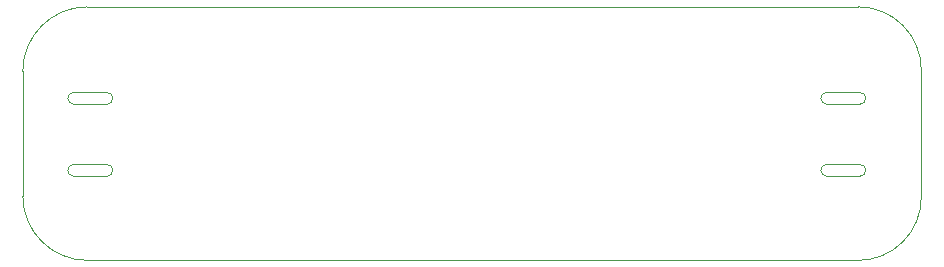
<source format=gbr>
G04 #@! TF.GenerationSoftware,KiCad,Pcbnew,(5.1.7)-1*
G04 #@! TF.CreationDate,2020-10-20T19:41:26+02:00*
G04 #@! TF.ProjectId,EQMOD_DIRECT_Isolated,45514d4f-445f-4444-9952-4543545f4973,rev?*
G04 #@! TF.SameCoordinates,Original*
G04 #@! TF.FileFunction,Profile,NP*
%FSLAX46Y46*%
G04 Gerber Fmt 4.6, Leading zero omitted, Abs format (unit mm)*
G04 Created by KiCad (PCBNEW (5.1.7)-1) date 2020-10-20 19:41:26*
%MOMM*%
%LPD*%
G01*
G04 APERTURE LIST*
G04 #@! TA.AperFunction,Profile*
%ADD10C,0.050000*%
G04 #@! TD*
G04 APERTURE END LIST*
D10*
X155321000Y-89535000D02*
G75*
G02*
X160655000Y-94869000I0J-5334000D01*
G01*
X160655000Y-105664000D02*
G75*
G02*
X155321000Y-110998000I-5334000J0D01*
G01*
X90043000Y-110998000D02*
G75*
G02*
X84582000Y-105537000I0J5461000D01*
G01*
X84582000Y-94996000D02*
G75*
G02*
X90043000Y-89535000I5461000J0D01*
G01*
X155448000Y-96782000D02*
G75*
G02*
X155448000Y-97782000I0J-500000D01*
G01*
X152654000Y-97782000D02*
X155448000Y-97782000D01*
X152654000Y-96782000D02*
X155448000Y-96782000D01*
X152654000Y-97782000D02*
G75*
G02*
X152654000Y-96782000I0J500000D01*
G01*
X152654000Y-103878000D02*
X155448000Y-103878000D01*
X152654000Y-102878000D02*
X155448000Y-102878000D01*
X155448000Y-102878000D02*
G75*
G02*
X155448000Y-103878000I0J-500000D01*
G01*
X152654000Y-103878000D02*
G75*
G02*
X152654000Y-102878000I0J500000D01*
G01*
X91694000Y-96774000D02*
G75*
G02*
X91694000Y-97790000I0J-508000D01*
G01*
X88900000Y-97782000D02*
G75*
G02*
X88900000Y-96782000I0J500000D01*
G01*
X88900000Y-97782000D02*
X91694000Y-97790000D01*
X88900000Y-96782000D02*
X91694000Y-96774000D01*
X88900000Y-102870000D02*
X91694000Y-102870000D01*
X88900000Y-103886000D02*
G75*
G02*
X88900000Y-102870000I0J508000D01*
G01*
X91694000Y-102870000D02*
G75*
G02*
X91694000Y-103886000I6000J-508000D01*
G01*
X88900000Y-103886000D02*
X91694000Y-103886000D01*
X160655000Y-94869000D02*
X160655000Y-105664000D01*
X155321000Y-89535000D02*
X90043000Y-89535000D01*
X155321000Y-110998000D02*
X90043000Y-110998000D01*
X84582000Y-105537000D02*
X84582000Y-94996000D01*
M02*

</source>
